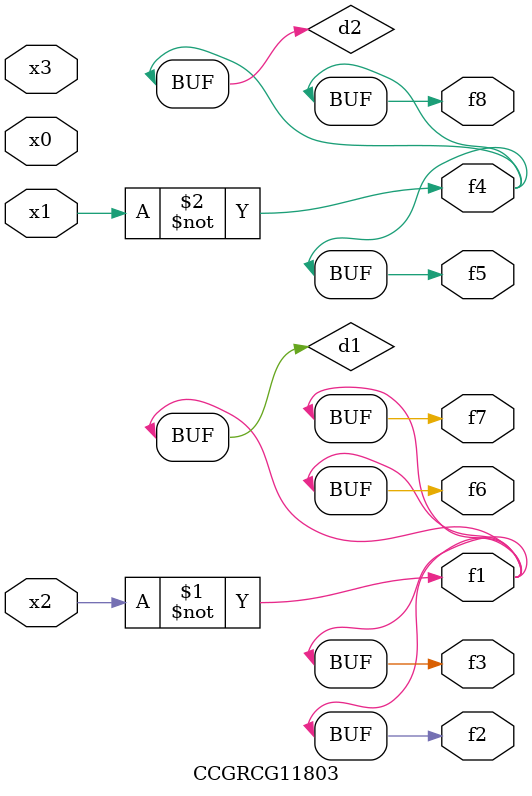
<source format=v>
module CCGRCG11803(
	input x0, x1, x2, x3,
	output f1, f2, f3, f4, f5, f6, f7, f8
);

	wire d1, d2;

	xnor (d1, x2);
	not (d2, x1);
	assign f1 = d1;
	assign f2 = d1;
	assign f3 = d1;
	assign f4 = d2;
	assign f5 = d2;
	assign f6 = d1;
	assign f7 = d1;
	assign f8 = d2;
endmodule

</source>
